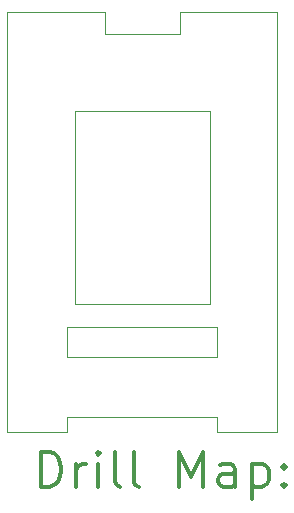
<source format=gbr>
%FSLAX45Y45*%
G04 Gerber Fmt 4.5, Leading zero omitted, Abs format (unit mm)*
G04 Created by KiCad (PCBNEW (5.1.10)-1) date 2022-03-14 22:22:43*
%MOMM*%
%LPD*%
G01*
G04 APERTURE LIST*
%TA.AperFunction,Profile*%
%ADD10C,0.050000*%
%TD*%
%ADD11C,0.200000*%
%ADD12C,0.300000*%
G04 APERTURE END LIST*
D10*
X15367000Y-11557000D02*
X14859000Y-11557000D01*
X15367000Y-11430000D02*
X15367000Y-11557000D01*
X16637000Y-11430000D02*
X15367000Y-11430000D01*
X16637000Y-11557000D02*
X16637000Y-11430000D01*
X17145000Y-11557000D02*
X16637000Y-11557000D01*
X16637000Y-10922000D02*
X16637000Y-10668000D01*
X15367000Y-10922000D02*
X16637000Y-10922000D01*
X15367000Y-10668000D02*
X15367000Y-10922000D01*
X15430500Y-10477500D02*
X15430500Y-8841740D01*
X16573500Y-10477500D02*
X15430500Y-10477500D01*
X16573500Y-8841740D02*
X16573500Y-10477500D01*
X15430500Y-8841740D02*
X16573500Y-8841740D01*
X16637000Y-10668000D02*
X15367000Y-10668000D01*
X15684500Y-8001000D02*
X14859000Y-8001000D01*
X15684500Y-8191500D02*
X15684500Y-8001000D01*
X16319500Y-8191500D02*
X15684500Y-8191500D01*
X16319500Y-8001000D02*
X16319500Y-8191500D01*
X17145000Y-8001000D02*
X16319500Y-8001000D01*
X14859000Y-11557000D02*
X14859000Y-8001000D01*
X17145000Y-8001000D02*
X17145000Y-11557000D01*
D11*
D12*
X15142928Y-12025214D02*
X15142928Y-11725214D01*
X15214357Y-11725214D01*
X15257214Y-11739500D01*
X15285786Y-11768071D01*
X15300071Y-11796643D01*
X15314357Y-11853786D01*
X15314357Y-11896643D01*
X15300071Y-11953786D01*
X15285786Y-11982357D01*
X15257214Y-12010929D01*
X15214357Y-12025214D01*
X15142928Y-12025214D01*
X15442928Y-12025214D02*
X15442928Y-11825214D01*
X15442928Y-11882357D02*
X15457214Y-11853786D01*
X15471500Y-11839500D01*
X15500071Y-11825214D01*
X15528643Y-11825214D01*
X15628643Y-12025214D02*
X15628643Y-11825214D01*
X15628643Y-11725214D02*
X15614357Y-11739500D01*
X15628643Y-11753786D01*
X15642928Y-11739500D01*
X15628643Y-11725214D01*
X15628643Y-11753786D01*
X15814357Y-12025214D02*
X15785786Y-12010929D01*
X15771500Y-11982357D01*
X15771500Y-11725214D01*
X15971500Y-12025214D02*
X15942928Y-12010929D01*
X15928643Y-11982357D01*
X15928643Y-11725214D01*
X16314357Y-12025214D02*
X16314357Y-11725214D01*
X16414357Y-11939500D01*
X16514357Y-11725214D01*
X16514357Y-12025214D01*
X16785786Y-12025214D02*
X16785786Y-11868071D01*
X16771500Y-11839500D01*
X16742928Y-11825214D01*
X16685786Y-11825214D01*
X16657214Y-11839500D01*
X16785786Y-12010929D02*
X16757214Y-12025214D01*
X16685786Y-12025214D01*
X16657214Y-12010929D01*
X16642928Y-11982357D01*
X16642928Y-11953786D01*
X16657214Y-11925214D01*
X16685786Y-11910929D01*
X16757214Y-11910929D01*
X16785786Y-11896643D01*
X16928643Y-11825214D02*
X16928643Y-12125214D01*
X16928643Y-11839500D02*
X16957214Y-11825214D01*
X17014357Y-11825214D01*
X17042928Y-11839500D01*
X17057214Y-11853786D01*
X17071500Y-11882357D01*
X17071500Y-11968071D01*
X17057214Y-11996643D01*
X17042928Y-12010929D01*
X17014357Y-12025214D01*
X16957214Y-12025214D01*
X16928643Y-12010929D01*
X17200071Y-11996643D02*
X17214357Y-12010929D01*
X17200071Y-12025214D01*
X17185786Y-12010929D01*
X17200071Y-11996643D01*
X17200071Y-12025214D01*
X17200071Y-11839500D02*
X17214357Y-11853786D01*
X17200071Y-11868071D01*
X17185786Y-11853786D01*
X17200071Y-11839500D01*
X17200071Y-11868071D01*
M02*

</source>
